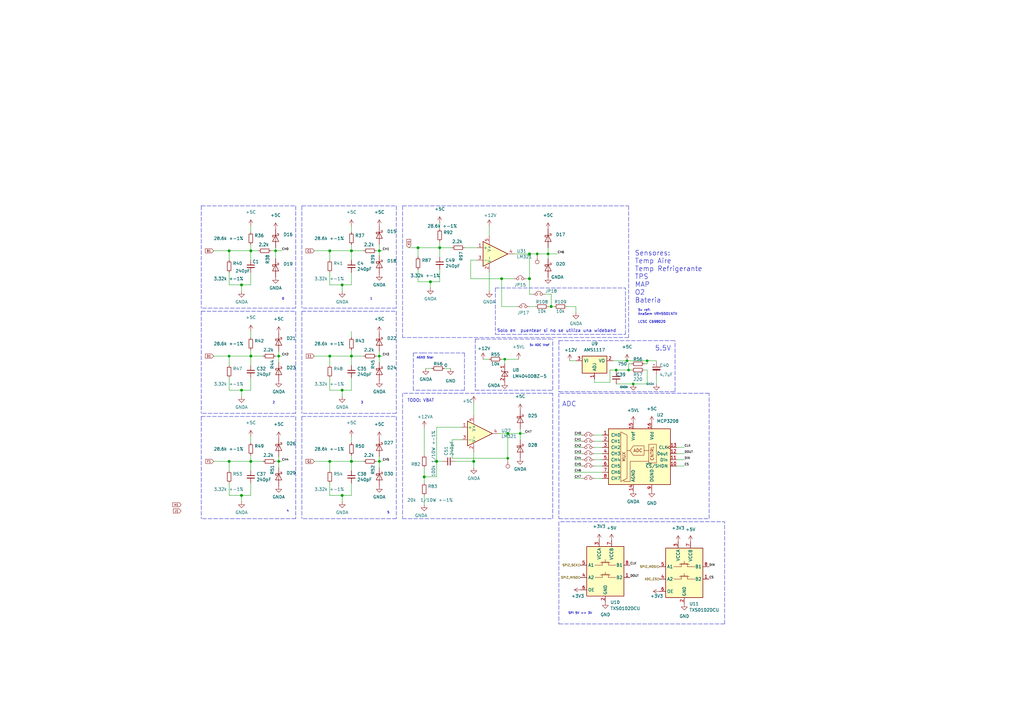
<source format=kicad_sch>
(kicad_sch (version 20211123) (generator eeschema)
  (paper "A3")
  (title_block (title "uEFI") (date "%%date%%") (rev "v3-%%version%%") (company "Churrosoft") (comment 1 "MIT Licence"))
  (junction (at 155.575 102.87))
  (junction (at 114.3 146.05))
  (junction (at 155.575 146.05))
  (junction (at 113.03 102.87))
  (junction (at 114.3 189.23))
  (junction (at 155.575 189.23))
  (junction (at 224.79 104.14))
  (junction (at 93.98 146.05))
  (junction (at 171.45 101.6) (diameter 1.016))
  (junction (at 217.17 104.14) (diameter 1.016))
  (junction (at 93.98 189.23) (diameter 1.016))
  (junction (at 144.145 189.23) (diameter 1.016))
  (junction (at 179.07 189.23) (diameter 1.016))
  (junction (at 213.36 177.8))
  (junction (at 180.34 101.6) (diameter 1.016))
  (junction (at 99.06 160.02) (diameter 1.016))
  (junction (at 252.73 151.765))
  (junction (at 135.255 102.87) (diameter 1.016))
  (junction (at 102.87 189.23) (diameter 1.016))
  (junction (at 265.43 147.955))
  (junction (at 220.345 104.14))
  (junction (at 208.28 177.8) (diameter 1.016))
  (junction (at 259.715 157.48))
  (junction (at 176.53 115.57) (diameter 1.016))
  (junction (at 257.81 151.765))
  (junction (at 140.335 160.02) (diameter 1.016))
  (junction (at 208.28 187.96))
  (junction (at 226.06 125.73) (diameter 1.016))
  (junction (at 194.31 189.23) (diameter 1.016))
  (junction (at 99.06 203.2) (diameter 1.016))
  (junction (at 207.01 147.32))
  (junction (at 135.255 189.23) (diameter 1.016))
  (junction (at 140.335 203.2) (diameter 1.016))
  (junction (at 217.17 114.3) (diameter 1.016))
  (junction (at 93.98 102.87) (diameter 1.016))
  (junction (at 144.145 146.05) (diameter 1.016))
  (junction (at 102.87 102.87) (diameter 1.016))
  (junction (at 205.74 114.3) (diameter 1.016))
  (junction (at 102.87 146.05) (diameter 1.016))
  (junction (at 144.145 102.87) (diameter 1.016))
  (junction (at 135.255 146.05) (diameter 1.016))
  (junction (at 257.175 147.955))
  (junction (at 173.99 195.58) (diameter 1.016))
  (junction (at 99.06 116.84) (diameter 1.016))
  (junction (at 140.335 116.84) (diameter 1.016))
  (polyline (pts (xy 82.55 170.815) (xy 121.285 170.815)))
  (wire (pts (xy 232.41 125.73) (xy 236.22 125.73)))
  (polyline (pts (xy 165.1 212.725) (xy 226.695 212.725)) (stroke (width 0) (type dash)))
  (polyline (pts (xy 123.825 84.455) (xy 162.56 84.455)))
  (wire (pts (xy 176.53 115.57) (xy 180.34 115.57)))
  (wire (pts (xy 180.34 101.6) (xy 171.45 101.6)))
  (wire (pts (xy 144.145 146.05) (xy 144.145 149.86)))
  (wire (pts (xy 189.23 180.34) (xy 185.42 180.34)))
  (polyline (pts (xy 162.56 169.545) (xy 123.825 169.545)))
  (wire (pts (xy 205.74 125.73) (xy 205.74 114.3)))
  (polyline (pts (xy 121.285 84.455) (xy 121.285 126.365)))
  (wire (pts (xy 265.43 151.765) (xy 265.43 157.48)))
  (wire (pts (xy 102.87 160.02) (xy 102.87 154.94)))
  (wire (pts (xy 140.335 205.74) (xy 140.335 203.2)))
  (wire (pts (xy 99.06 116.84) (xy 102.87 116.84)))
  (polyline (pts (xy 123.825 170.815) (xy 123.825 212.725)))
  (polyline (pts (xy 257.81 84.455) (xy 257.81 138.43)))
  (wire (pts (xy 155.575 144.145) (xy 155.575 146.05)))
  (wire (pts (xy 144.145 189.23) (xy 144.145 193.04)))
  (polyline (pts (xy 165.1 84.455) (xy 257.81 84.455)))
  (polyline (pts (xy 256.54 137.16) (xy 256.54 118.11)) (stroke (width 0) (type dash)))
  (wire (pts (xy 224.79 125.73) (xy 226.06 125.73)))
  (polyline (pts (xy 229.235 213.995) (xy 229.235 255.905)))
  (wire (pts (xy 135.255 203.2) (xy 140.335 203.2)))
  (wire (pts (xy 173.99 175.26) (xy 173.99 186.69)))
  (wire (pts (xy 235.585 193.675) (xy 247.015 193.675)))
  (wire (pts (xy 257.175 147.955) (xy 265.43 147.955)))
  (wire (pts (xy 194.31 170.18) (xy 194.31 165.1)))
  (wire (pts (xy 155.575 102.87) (xy 156.845 102.87)))
  (wire (pts (xy 93.98 149.86) (xy 93.98 146.05)))
  (wire (pts (xy 173.99 195.58) (xy 173.99 198.12)))
  (wire (pts (xy 135.255 193.04) (xy 135.255 189.23)))
  (wire (pts (xy 180.34 91.44) (xy 180.34 93.98)))
  (wire (pts (xy 243.84 178.435) (xy 247.015 178.435)))
  (wire (pts (xy 213.36 175.895) (xy 213.36 177.8)))
  (wire (pts (xy 185.42 101.6) (xy 180.34 101.6)))
  (polyline (pts (xy 229.235 139.7) (xy 229.235 160.655)))
  (wire (pts (xy 113.03 146.05) (xy 114.3 146.05)))
  (wire (pts (xy 224.79 101.6) (xy 224.79 104.14)))
  (polyline (pts (xy 121.285 126.365) (xy 82.55 126.365)))
  (wire (pts (xy 144.145 143.51) (xy 144.145 146.05)))
  (polyline (pts (xy 194.945 139.065) (xy 194.945 160.02)))
  (wire (pts (xy 102.87 92.71) (xy 102.87 95.25)))
  (wire (pts (xy 102.87 116.84) (xy 102.87 111.76)))
  (wire (pts (xy 102.87 203.2) (xy 102.87 198.12)))
  (wire (pts (xy 149.225 102.87) (xy 144.145 102.87)))
  (wire (pts (xy 113.03 101.6) (xy 113.03 102.87)))
  (polyline (pts (xy 121.285 127.635) (xy 121.285 169.545)))
  (wire (pts (xy 135.255 160.02) (xy 140.335 160.02)))
  (wire (pts (xy 208.28 177.8) (xy 204.47 177.8)))
  (wire (pts (xy 93.98 106.68) (xy 93.98 102.87)))
  (polyline (pts (xy 162.56 212.725) (xy 123.825 212.725)))
  (polyline (pts (xy 123.825 127.635) (xy 162.56 127.635)))
  (wire (pts (xy 217.17 104.14) (xy 210.82 104.14)))
  (wire (pts (xy 226.06 120.65) (xy 223.52 120.65)))
  (wire (pts (xy 236.22 125.73) (xy 236.22 128.27)))
  (wire (pts (xy 210.82 114.3) (xy 205.74 114.3)))
  (polyline (pts (xy 165.1 161.29) (xy 165.1 212.725)) (stroke (width 0) (type dash)))
  (wire (pts (xy 154.305 146.05) (xy 155.575 146.05)))
  (wire (pts (xy 185.42 187.96) (xy 208.28 187.96)))
  (polyline (pts (xy 229.235 161.29) (xy 229.235 212.725)) (stroke (width 0) (type dash)))
  (wire (pts (xy 277.495 183.515) (xy 280.67 183.515)))
  (wire (pts (xy 140.335 160.02) (xy 144.145 160.02)))
  (wire (pts (xy 102.87 102.87) (xy 93.98 102.87)))
  (wire (pts (xy 252.73 157.48) (xy 259.715 157.48)))
  (wire (pts (xy 252.73 151.765) (xy 252.73 152.4)))
  (wire (pts (xy 181.61 189.23) (xy 179.07 189.23)))
  (wire (pts (xy 93.98 146.05) (xy 102.87 146.05)))
  (wire (pts (xy 144.145 92.71) (xy 144.145 95.25)))
  (wire (pts (xy 174.625 151.13) (xy 177.165 151.13)))
  (polyline (pts (xy 194.945 139.065) (xy 226.695 139.065)))
  (wire (pts (xy 217.17 104.14) (xy 220.345 104.14)))
  (wire (pts (xy 264.16 151.765) (xy 265.43 151.765)))
  (wire (pts (xy 144.145 179.07) (xy 144.145 181.61)))
  (polyline (pts (xy 169.545 144.78) (xy 173.355 144.78)))
  (polyline (pts (xy 229.235 139.7) (xy 276.86 139.7)))
  (wire (pts (xy 155.575 100.33) (xy 155.575 102.87)))
  (wire (pts (xy 128.905 146.05) (xy 135.255 146.05)))
  (polyline (pts (xy 121.285 169.545) (xy 82.55 169.545)))
  (polyline (pts (xy 276.86 160.655) (xy 276.86 139.7)))
  (wire (pts (xy 144.145 102.87) (xy 135.255 102.87)))
  (wire (pts (xy 140.335 116.84) (xy 144.145 116.84)))
  (wire (pts (xy 113.03 189.23) (xy 114.3 189.23)))
  (wire (pts (xy 102.87 189.23) (xy 102.87 193.04)))
  (wire (pts (xy 171.45 115.57) (xy 176.53 115.57)))
  (wire (pts (xy 235.585 191.135) (xy 238.76 191.135)))
  (wire (pts (xy 212.09 125.73) (xy 205.74 125.73)))
  (wire (pts (xy 93.98 154.94) (xy 93.98 160.02)))
  (wire (pts (xy 213.36 177.8) (xy 215.265 177.8)))
  (wire (pts (xy 259.08 149.225) (xy 257.81 149.225)))
  (wire (pts (xy 144.145 100.33) (xy 144.145 102.87)))
  (wire (pts (xy 154.305 102.87) (xy 155.575 102.87)))
  (wire (pts (xy 215.9 114.3) (xy 217.17 114.3)))
  (wire (pts (xy 135.255 198.12) (xy 135.255 203.2)))
  (wire (pts (xy 243.84 155.575) (xy 243.84 156.845)))
  (wire (pts (xy 185.42 180.34) (xy 185.42 187.96)))
  (wire (pts (xy 171.45 105.41) (xy 171.45 101.6)))
  (wire (pts (xy 243.84 180.975) (xy 247.015 180.975)))
  (polyline (pts (xy 257.81 138.43) (xy 165.1 138.43)))
  (wire (pts (xy 107.95 146.05) (xy 102.87 146.05)))
  (wire (pts (xy 264.16 149.225) (xy 265.43 149.225)))
  (wire (pts (xy 99.06 160.02) (xy 102.87 160.02)))
  (wire (pts (xy 173.99 203.2) (xy 173.99 207.01)))
  (wire (pts (xy 179.07 175.26) (xy 189.23 175.26)))
  (wire (pts (xy 207.01 147.32) (xy 212.725 147.32)))
  (wire (pts (xy 243.84 183.515) (xy 247.015 183.515)))
  (wire (pts (xy 171.45 101.6) (xy 167.64 101.6)))
  (wire (pts (xy 257.81 149.225) (xy 257.81 151.765)))
  (wire (pts (xy 87.63 189.23) (xy 93.98 189.23)))
  (wire (pts (xy 277.495 188.595) (xy 280.67 188.595)))
  (wire (pts (xy 200.66 96.52) (xy 200.66 92.71)))
  (wire (pts (xy 205.74 147.32) (xy 207.01 147.32)))
  (polyline (pts (xy 162.56 84.455) (xy 162.56 126.365)))
  (wire (pts (xy 217.17 125.73) (xy 219.71 125.73)))
  (wire (pts (xy 217.17 120.65) (xy 217.17 114.3)))
  (wire (pts (xy 233.68 147.955) (xy 236.22 147.955)))
  (wire (pts (xy 250.19 151.765) (xy 252.73 151.765)))
  (wire (pts (xy 135.255 106.68) (xy 135.255 102.87)))
  (wire (pts (xy 243.84 191.135) (xy 247.015 191.135)))
  (polyline (pts (xy 169.545 160.02) (xy 169.545 144.78)))
  (wire (pts (xy 102.87 143.51) (xy 102.87 146.05)))
  (wire (pts (xy 226.06 125.73) (xy 226.06 120.65)))
  (wire (pts (xy 155.575 189.23) (xy 155.575 191.77)))
  (wire (pts (xy 243.84 156.845) (xy 250.19 156.845)))
  (polyline (pts (xy 123.825 84.455) (xy 123.825 126.365)))
  (wire (pts (xy 114.3 189.23) (xy 114.3 191.77)))
  (wire (pts (xy 114.3 187.325) (xy 114.3 189.23)))
  (wire (pts (xy 149.225 146.05) (xy 144.145 146.05)))
  (wire (pts (xy 128.905 189.23) (xy 135.255 189.23)))
  (wire (pts (xy 180.34 99.06) (xy 180.34 101.6)))
  (polyline (pts (xy 203.2 118.11) (xy 256.54 118.11)) (stroke (width 0) (type dash)))
  (polyline (pts (xy 203.2 118.11) (xy 203.2 137.16)) (stroke (width 0) (type dash)))
  (wire (pts (xy 93.98 160.02) (xy 99.06 160.02)))
  (polyline (pts (xy 226.695 161.29) (xy 165.1 161.29)) (stroke (width 0) (type dash)))
  (wire (pts (xy 155.575 146.05) (xy 155.575 148.59)))
  (polyline (pts (xy 190.5 144.78) (xy 190.5 160.02)))
  (wire (pts (xy 194.31 189.23) (xy 194.31 185.42)))
  (wire (pts (xy 235.585 183.515) (xy 238.76 183.515)))
  (polyline (pts (xy 190.5 160.02) (xy 169.545 160.02)))
  (wire (pts (xy 140.335 162.56) (xy 140.335 160.02)))
  (wire (pts (xy 102.87 100.33) (xy 102.87 102.87)))
  (wire (pts (xy 180.34 101.6) (xy 180.34 105.41)))
  (wire (pts (xy 179.07 175.26) (xy 179.07 189.23)))
  (polyline (pts (xy 121.285 212.725) (xy 82.55 212.725)))
  (polyline (pts (xy 82.55 127.635) (xy 82.55 169.545)))
  (wire (pts (xy 171.45 110.49) (xy 171.45 115.57)))
  (wire (pts (xy 235.585 196.215) (xy 238.76 196.215)))
  (wire (pts (xy 243.84 196.215) (xy 247.015 196.215)))
  (polyline (pts (xy 203.2 137.16) (xy 256.54 137.16)) (stroke (width 0) (type dash)))
  (wire (pts (xy 179.07 189.23) (xy 179.07 195.58)))
  (wire (pts (xy 87.63 146.05) (xy 93.98 146.05)))
  (wire (pts (xy 144.145 146.05) (xy 135.255 146.05)))
  (wire (pts (xy 218.44 120.65) (xy 217.17 120.65)))
  (wire (pts (xy 144.145 203.2) (xy 144.145 198.12)))
  (wire (pts (xy 205.74 114.3) (xy 193.04 114.3)))
  (polyline (pts (xy 82.55 84.455) (xy 82.55 126.365)))
  (polyline (pts (xy 290.83 161.29) (xy 229.235 161.29)) (stroke (width 0) (type dash)))
  (wire (pts (xy 114.3 146.05) (xy 114.3 148.59)))
  (wire (pts (xy 277.495 191.135) (xy 280.67 191.135)))
  (polyline (pts (xy 226.695 212.725) (xy 226.695 161.29)) (stroke (width 0) (type dash)))
  (wire (pts (xy 144.145 102.87) (xy 144.145 106.68)))
  (wire (pts (xy 195.58 106.68) (xy 193.04 106.68)))
  (wire (pts (xy 155.575 102.87) (xy 155.575 104.775)))
  (wire (pts (xy 243.84 188.595) (xy 247.015 188.595)))
  (wire (pts (xy 93.98 193.04) (xy 93.98 189.23)))
  (wire (pts (xy 224.79 104.14) (xy 228.6 104.14)))
  (polyline (pts (xy 173.355 144.78) (xy 190.5 144.78)))
  (wire (pts (xy 182.245 151.13) (xy 184.785 151.13)))
  (wire (pts (xy 226.06 125.73) (xy 227.33 125.73)))
  (wire (pts (xy 190.5 101.6) (xy 195.58 101.6)))
  (wire (pts (xy 265.43 149.225) (xy 265.43 147.955)))
  (polyline (pts (xy 297.18 255.905) (xy 297.18 213.995)))
  (wire (pts (xy 144.145 116.84) (xy 144.145 111.76)))
  (wire (pts (xy 135.255 154.94) (xy 135.255 160.02)))
  (wire (pts (xy 193.04 106.68) (xy 193.04 114.3)))
  (wire (pts (xy 135.255 116.84) (xy 140.335 116.84)))
  (wire (pts (xy 114.3 189.23) (xy 115.57 189.23)))
  (wire (pts (xy 87.63 102.87) (xy 93.98 102.87)))
  (wire (pts (xy 99.06 205.74) (xy 99.06 203.2)))
  (polyline (pts (xy 82.55 127.635) (xy 121.285 127.635)))
  (polyline (pts (xy 194.945 160.02) (xy 226.695 160.02)))
  (wire (pts (xy 243.84 186.055) (xy 247.015 186.055)))
  (wire (pts (xy 102.87 189.23) (xy 93.98 189.23)))
  (polyline (pts (xy 82.55 170.815) (xy 82.55 212.725)))
  (polyline (pts (xy 121.285 170.815) (xy 121.285 212.725)))
  (polyline (pts (xy 162.56 126.365) (xy 123.825 126.365)))
  (wire (pts (xy 113.03 102.87) (xy 115.57 102.87)))
  (polyline (pts (xy 123.825 170.815) (xy 162.56 170.815)))
  (wire (pts (xy 155.575 146.05) (xy 156.845 146.05)))
  (wire (pts (xy 194.31 191.77) (xy 194.31 189.23)))
  (wire (pts (xy 213.36 177.8) (xy 213.36 180.34)))
  (wire (pts (xy 265.43 147.955) (xy 269.24 147.955)))
  (wire (pts (xy 144.145 135.89) (xy 144.145 138.43)))
  (wire (pts (xy 99.06 162.56) (xy 99.06 160.02)))
  (wire (pts (xy 99.06 203.2) (xy 102.87 203.2)))
  (wire (pts (xy 107.95 189.23) (xy 102.87 189.23)))
  (wire (pts (xy 149.225 189.23) (xy 144.145 189.23)))
  (wire (pts (xy 251.46 147.955) (xy 257.175 147.955)))
  (polyline (pts (xy 82.55 84.455) (xy 121.285 84.455)))
  (polyline (pts (xy 123.825 127.635) (xy 123.825 169.545)))
  (wire (pts (xy 144.145 160.02) (xy 144.145 154.94)))
  (wire (pts (xy 269.24 153.67) (xy 269.24 157.48)))
  (wire (pts (xy 200.66 111.76) (xy 200.66 119.38)))
  (wire (pts (xy 198.12 147.32) (xy 200.66 147.32)))
  (wire (pts (xy 102.87 102.87) (xy 102.87 106.68)))
  (wire (pts (xy 102.87 102.87) (xy 106.045 102.87)))
  (wire (pts (xy 235.585 186.055) (xy 238.76 186.055)))
  (wire (pts (xy 111.125 102.87) (xy 113.03 102.87)))
  (wire (pts (xy 93.98 116.84) (xy 99.06 116.84)))
  (wire (pts (xy 208.28 187.96) (xy 208.28 177.8)))
  (wire (pts (xy 250.19 156.845) (xy 250.19 151.765)))
  (wire (pts (xy 154.305 189.23) (xy 155.575 189.23)))
  (polyline (pts (xy 165.1 84.455) (xy 165.1 138.43)))
  (wire (pts (xy 114.3 144.145) (xy 114.3 146.05)))
  (wire (pts (xy 93.98 203.2) (xy 99.06 203.2)))
  (wire (pts (xy 93.98 111.76) (xy 93.98 116.84)))
  (wire (pts (xy 217.17 114.3) (xy 217.17 104.14)))
  (wire (pts (xy 102.87 146.05) (xy 102.87 149.86)))
  (polyline (pts (xy 229.235 255.905) (xy 297.18 255.905)))
  (polyline (pts (xy 229.87 213.995) (xy 297.18 213.995)))
  (wire (pts (xy 207.01 147.32) (xy 207.01 149.225)))
  (polyline (pts (xy 162.56 127.635) (xy 162.56 169.545)))
  (wire (pts (xy 265.43 157.48) (xy 259.715 157.48)))
  (wire (pts (xy 176.53 118.11) (xy 176.53 115.57)))
  (wire (pts (xy 135.255 149.86) (xy 135.255 146.05)))
  (wire (pts (xy 269.24 147.955) (xy 269.24 148.59)))
  (wire (pts (xy 173.99 191.77) (xy 173.99 195.58)))
  (wire (pts (xy 257.81 151.765) (xy 259.08 151.765)))
  (wire (pts (xy 102.87 179.07) (xy 102.87 181.61)))
  (wire (pts (xy 114.3 146.05) (xy 115.57 146.05)))
  (wire (pts (xy 155.575 189.23) (xy 156.845 189.23)))
  (wire (pts (xy 235.585 188.595) (xy 238.76 188.595)))
  (wire (pts (xy 99.06 119.38) (xy 99.06 116.84)))
  (wire (pts (xy 235.585 180.975) (xy 238.76 180.975)))
  (polyline (pts (xy 290.83 212.725) (xy 290.83 161.29)) (stroke (width 0) (type dash)))
  (wire (pts (xy 155.575 187.325) (xy 155.575 189.23)))
  (wire (pts (xy 257.81 151.765) (xy 252.73 151.765)))
  (wire (pts (xy 135.255 111.76) (xy 135.255 116.84)))
  (wire (pts (xy 180.34 115.57) (xy 180.34 110.49)))
  (wire (pts (xy 144.145 189.23) (xy 135.255 189.23)))
  (wire (pts (xy 144.145 186.69) (xy 144.145 189.23)))
  (wire (pts (xy 140.335 203.2) (xy 144.145 203.2)))
  (wire (pts (xy 179.07 195.58) (xy 173.99 195.58)))
  (polyline (pts (xy 162.56 170.815) (xy 162.56 212.725)))
  (wire (pts (xy 186.69 189.23) (xy 194.31 189.23)))
  (wire (pts (xy 224.79 104.14) (xy 224.79 106.045)))
  (wire (pts (xy 220.345 104.14) (xy 224.79 104.14)))
  (wire (pts (xy 113.03 102.87) (xy 113.03 106.045)))
  (wire (pts (xy 277.495 186.055) (xy 280.67 186.055)))
  (wire (pts (xy 235.585 178.435) (xy 238.76 178.435)))
  (polyline (pts (xy 229.235 160.655) (xy 276.86 160.655)))
  (polyline (pts (xy 226.695 160.02) (xy 226.695 139.065)))
  (wire (pts (xy 208.28 177.8) (xy 213.36 177.8)))
  (polyline (pts (xy 229.235 212.725) (xy 290.83 212.725)) (stroke (width 0) (type dash)))
  (wire (pts (xy 128.905 102.87) (xy 135.255 102.87)))
  (wire (pts (xy 102.87 135.89) (xy 102.87 138.43)))
  (wire (pts (xy 140.335 119.38) (xy 140.335 116.84)))
  (wire (pts (xy 102.87 186.69) (xy 102.87 189.23)))
  (wire (pts (xy 93.98 198.12) (xy 93.98 203.2)))
  (text "TODO: VBAT" (at 167.005 165.1 0) (effects (font (size 1.27 1.27)) (justify left bottom)))
  (text "2" (at 111.76 165.735 0) (effects (font (size 0.889 0.889)) (justify left bottom)))
  (text "Sensores:\nTemp Aire\nTemp Refrigerante\nTPS\nMAP\nO2\nBateria\n" (at 260.35 124.46 0) (effects (font (size 2 2)) (justify left bottom)))
  (text "5" (at 158.75 210.82 0) (effects (font (size 0.889 0.889)) (justify left bottom)))
  (text "Solo en  puentear si no se utiliza una wideband" (at 203.835 136.525 0) (effects (font (size 1.3 1.3)) (justify left bottom)))
  (text "5.5V" (at 268.605 144.145 0) (effects (font (size 2 2)) (justify left bottom)))
  (text "ADC" (at 230.505 167.005 0) (effects (font (size 2 2)) (justify left bottom)))
  (text "1" (at 151.765 123.19 0) (effects (font (size 0.889 0.889)) (justify left bottom)))
  (text "3" (at 147.955 165.735 0) (effects (font (size 0.889 0.889)) (justify left bottom)))
  (text "5v ADC Vref" (at 217.17 142.24 0) (effects (font (size 0.889 0.889)) (justify left bottom)))
  (text "SPI 5V => 3V" (at 233.045 252.095 0) (effects (font (size 0.889 0.889)) (justify left bottom)))
  (text "5v ref:\nAnaSem VRH5501NTX\n\nLCSC C698020" (at 261.62 132.715 0) (effects (font (size 1 1)) (justify left bottom)))
  (text "4" (at 117.475 210.185 0) (effects (font (size 0.889 0.889)) (justify left bottom)))
  (text "0" (at 115.57 123.19 0) (effects (font (size 0.889 0.889)) (justify left bottom)))
  (text "AGND Star" (at 170.815 147.32 0) (effects (font (size 0.889 0.889)) (justify left bottom)))
  (label "DIN" (at 290.83 232.41 0) (effects (font (size 0.889 0.889))))
  (label "CH1" (at 156.845 102.87 0) (effects (font (size 0.889 0.889))))
  (label "CH3" (at 156.845 146.05 0) (effects (font (size 0.889 0.889))))
  (label "CS" (at 290.83 237.49 0) (effects (font (size 0.889 0.889))))
  (label "CH2" (at 115.57 146.05 0) (effects (font (size 0.889 0.889))))
  (label "CH7" (at 215.265 177.8 0) (effects (font (size 0.889 0.889))))
  (label "CH5" (at 156.845 189.23 0) (effects (font (size 0.889 0.889))))
  (label "CH4" (at 115.57 189.23 0) (effects (font (size 0.889 0.889))))
  (label "CH5" (at 235.585 191.135 0) (effects (font (size 0.889 0.889))))
  (label "DOUT" (at 258.445 236.855 0) (effects (font (size 0.889 0.889))))
  (label "CLK" (at 258.445 231.775 0) (effects (font (size 0.889 0.889))))
  (label "CH7" (at 235.585 196.215 0) (effects (font (size 0.889 0.889))))
  (label "DIN" (at 280.67 188.595 0) (effects (font (size 0.889 0.889))))
  (label "CS" (at 280.67 191.135 0) (effects (font (size 0.889 0.889))))
  (label "CH3" (at 235.585 186.055 0) (effects (font (size 0.889 0.889))))
  (label "CLK" (at 280.67 183.515 0) (effects (font (size 0.889 0.889))))
  (label "DOUT" (at 280.67 186.055 0) (effects (font (size 0.889 0.889))))
  (label "CH1" (at 235.585 180.975 0) (effects (font (size 0.889 0.889))))
  (label "CH6" (at 228.6 104.14 0) (effects (font (size 0.889 0.889))))
  (label "CH0" (at 235.585 178.435 0) (effects (font (size 0.889 0.889))))
  (label "CH6" (at 235.585 193.675 0) (effects (font (size 0.889 0.889))))
  (label "CH2" (at 235.585 183.515 0) (effects (font (size 0.889 0.889))))
  (label "CH0" (at 115.57 102.87 0) (effects (font (size 0.889 0.889))))
  (label "CH4" (at 235.585 188.595 0) (effects (font (size 0.889 0.889))))
  (global_label "H1" (shape input) (at 74.295 207.01 180) (effects (font (size 0.889 0.889))) (property "Intersheet References" "${INTERSHEET_REFS}" (effects hide)))
  (global_label "G1" (shape input) (at 128.905 189.23 180) (effects (font (size 0.889 0.889))) (property "Intersheet References" "${INTERSHEET_REFS}" (effects hide)))
  (global_label "K1" (shape input) (at 167.64 101.6 90) (effects (font (size 0.889 0.889))) (property "Intersheet References" "${INTERSHEET_REFS}" (effects hide)))
  (global_label "C1" (shape input) (at 128.905 102.87 180) (effects (font (size 0.889 0.889))) (property "Intersheet References" "${INTERSHEET_REFS}" (effects hide)))
  (global_label "B1" (shape input) (at 87.63 102.87 180) (effects (font (size 0.889 0.889))) (property "Intersheet References" "${INTERSHEET_REFS}" (effects hide)))
  (global_label "D1" (shape input) (at 87.63 146.05 180) (effects (font (size 0.889 0.889))) (property "Intersheet References" "${INTERSHEET_REFS}" (effects hide)))
  (global_label "J1" (shape input) (at 74.295 209.55 180) (effects (font (size 0.889 0.889))) (property "Intersheet References" "${INTERSHEET_REFS}" (effects hide)))
  (global_label "E1" (shape input) (at 128.905 146.05 180) (effects (font (size 0.889 0.889))) (property "Intersheet References" "${INTERSHEET_REFS}" (effects hide)))
  (global_label "F1" (shape input) (at 87.63 189.23 180) (effects (font (size 0.889 0.889))) (property "Intersheet References" "${INTERSHEET_REFS}" (effects hide)))
  (hierarchical_label "ADC_CS" (shape input) (at 270.51 237.49 180) (effects (font (size 0.889 0.889))))
  (hierarchical_label "SPI2_MISO" (shape input) (at 238.125 236.855 180) (effects (font (size 0.889 0.889))))
  (hierarchical_label "SPI2_MOSI" (shape input) (at 270.51 232.41 180) (effects (font (size 0.889 0.889))))
  (hierarchical_label "SPI2_SCK" (shape input) (at 238.125 231.775 180) (effects (font (size 0.889 0.889))))
  (symbol (lib_id "Device:C_Small") (at 184.15 189.23 90) (unit 1)
    (property "Reference" "C51" (at 182.9816 186.8932 0) (effects (justify left)))
    (property "Value" "240pF" (at 185.293 186.8932 0) (effects (justify left)))
    (property "Footprint" "Capacitor_SMD:C_0603_1608Metric" (effects hide))
    (property "LCSC" "C185593" (effects hide))
  )
  (symbol (lib_id "Device:R_Small") (at 222.25 125.73 270) (mirror x) (unit 1)
    (property "Reference" "R108" (at 222.25 123.825 90))
    (property "Value" "10k" (at 222.25 127.635 90))
    (property "Footprint" "Resistor_SMD:R_0603_1608Metric" (effects hide))
  )
  (symbol (lib_id "Device:R_Small") (at 229.87 125.73 270) (mirror x) (unit 1)
    (property "Reference" "R109" (at 229.87 123.825 90))
    (property "Value" "10k" (at 229.87 127.635 90))
    (property "Footprint" "Resistor_SMD:R_0603_1608Metric" (effects hide))
  )
  (symbol (lib_id "Device:Jumper_NC_Small") (at 214.63 125.73 0) (unit 1)
    (property "Reference" "JP17" (at 214.63 128.27 0))
    (property "Value" "Jumper_NC_Small" (effects hide))
    (property "Footprint" "Jumper:SolderJumper-2_P1.3mm_Open_TrianglePad1.0x1.5mm" (effects hide))
  )
  (symbol (lib_id "Device:Jumper_NC_Small") (at 213.36 114.3 0) (unit 1)
    (property "Reference" "JP15" (at 213.36 116.84 0))
    (property "Value" "Jumper_NC_Small" (effects hide))
    (property "Footprint" "Jumper:SolderJumper-2_P1.3mm_Open_TrianglePad1.0x1.5mm" (effects hide))
  )
  (symbol (lib_id "Device:Jumper_NC_Small") (at 220.98 120.65 0) (unit 1)
    (property "Reference" "JP18" (at 226.06 119.38 0))
    (property "Value" "Jumper_NC_Small" (effects hide))
    (property "Footprint" "Jumper:SolderJumper-2_P1.3mm_Open_TrianglePad1.0x1.5mm" (effects hide))
  )
  (symbol (lib_id "Device:R_Small") (at 187.96 101.6 270) (unit 1)
    (property "Reference" "R97" (at 189.1284 103.0986 0) (effects (justify left)))
    (property "Value" "2.2k" (at 185.42 99.06 90) (effects (justify left)))
    (property "Footprint" "Resistor_SMD:R_0603_1608Metric" (effects hide))
    (property "LCSC" "C309092" (effects hide))
  )
  (symbol (lib_id "Device:R_Small") (at 171.45 107.95 0) (unit 1)
    (property "Reference" "R87" (at 172.9486 106.7816 0) (effects (justify left)))
    (property "Value" "3.32k +-1%" (at 168.275 113.03 0) (effects (justify left)))
    (property "Footprint" "Resistor_SMD:R_0603_1608Metric" (effects hide))
    (property "LCSC" "C234508" (effects hide))
  )
  (symbol (lib_id "Device:C_Small") (at 180.34 107.95 0) (unit 1)
    (property "Reference" "C49" (at 182.6768 106.7816 0) (effects (justify left)))
    (property "Value" "240pF" (at 182.6768 109.093 0) (effects (justify left)))
    (property "Footprint" "Capacitor_SMD:C_0603_1608Metric" (effects hide))
    (property "LCSC" "C185593" (effects hide))
  )
  (symbol (lib_id "Device:R_Small") (at 180.34 96.52 180) (unit 1)
    (property "Reference" "R92" (at 181.8386 95.3516 0) (effects (justify right)))
    (property "Value" "28.6k +-1%" (at 175.26 92.71 0) (effects (justify right)))
    (property "Footprint" "Resistor_SMD:R_0603_1608Metric" (effects hide))
    (property "LCSC" "C217931" (effects hide))
  )
  (symbol (lib_id "Amplifier_Operational:LM321") (at 203.2 104.14 0) (unit 1)
    (property "Reference" "U31" (at 211.9376 102.9716 0) (effects (justify left)))
    (property "Value" "LM321" (at 211.9376 105.283 0) (effects (justify left)))
    (property "Footprint" "Package_TO_SOT_SMD:SOT-23-5" (effects hide))
    (property "Datasheet" "http://www.ti.com/lit/ds/symlink/lm321.pdf" (effects hide))
  )
  (symbol (lib_id "power:+12V") (at 200.66 92.71 0) (unit 1)
    (property "Reference" "#PWR0151" (effects hide))
    (property "Value" "+12V" (at 201.041 88.3158 0))
  )
  (symbol (lib_id "Device:R_Small") (at 173.99 200.66 0) (unit 1)
    (property "Reference" "R83" (at 175.4886 199.4916 0) (effects (justify left)))
    (property "Value" "20k  1/10W +-1%" (at 167.005 205.105 0) (effects (justify left)))
    (property "Footprint" "Resistor_SMD:R_0603_1608Metric" (effects hide))
  )
  (symbol (lib_id "Amplifier_Operational:LM321") (at 196.85 177.8 0) (unit 1)
    (property "Reference" "U27" (at 205.5876 176.6316 0) (effects (justify left)))
    (property "Value" "LM321" (at 205.5876 178.943 0) (effects (justify left)))
    (property "Footprint" "Package_TO_SOT_SMD:SOT-23-5" (effects hide))
    (property "Datasheet" "http://www.ti.com/lit/ds/symlink/lm321.pdf" (effects hide))
  )
  (symbol (lib_id "Device:R_Small") (at 173.99 189.23 180) (unit 1)
    (property "Reference" "R82" (at 172.4914 190.3984 0) (effects (justify left)))
    (property "Value" "100k 1/10W +-1%" (at 177.8 176.53 90) (effects (justify left)))
    (property "Footprint" "Resistor_SMD:R_0603_1608Metric" (effects hide))
    (property "LCSC" "C217840" (effects hide))
  )
  (symbol (lib_id "Device:R_Small") (at 261.62 151.765 270) (mirror x) (unit 1)
    (property "Reference" "R57" (at 261.62 153.67 90))
    (property "Value" "220" (at 261.62 155.575 90))
    (property "Footprint" "Resistor_SMD:R_0603_1608Metric" (effects hide))
    (property "LCSC" "C22962" (effects hide))
  )
  (symbol (lib_id "power:+5C") (at 102.87 179.07 0) (unit 1)
    (property "Reference" "#PWR028" (effects hide))
    (property "Value" "+5C" (at 102.87 173.355 0))
  )
  (symbol (lib_id "power:GNDA") (at 140.335 205.74 0) (unit 1)
    (property "Reference" "#PWR084" (effects hide))
    (property "Value" "GNDA" (at 140.335 210.185 0))
  )
  (symbol (lib_id "power:+12VA") (at 173.99 175.26 0) (unit 1)
    (property "Reference" "#PWR0179" (effects hide))
    (property "Value" "+12VA" (at 174.3583 170.9356 0))
  )
  (symbol (lib_id "Device:R_Small") (at 144.145 140.97 180) (unit 1)
    (property "Reference" "R43" (at 145.6436 139.8016 0) (effects (justify right)))
    (property "Value" "28.6k +-1%" (at 128.905 140.97 0) (effects (justify right)))
    (property "Footprint" "Resistor_SMD:R_0603_1608Metric" (effects hide))
    (property "LCSC" "C217931" (effects hide))
  )
  (symbol (lib_id "power:GNDA") (at 113.03 113.665 0) (unit 1)
    (property "Reference" "#PWR042" (effects hide))
    (property "Value" "GNDA" (at 113.03 118.11 0))
  )
  (symbol (lib_id "power:+3V3") (at 278.13 222.25 0) (unit 1)
    (property "Reference" "#PWR0143" (effects hide))
    (property "Value" "+3V3" (at 278.13 216.535 0))
  )
  (symbol (lib_id "power:GNDA") (at 174.625 151.13 0) (unit 1)
    (property "Reference" "#PWR064" (effects hide))
    (property "Value" "GNDA" (at 174.625 155.575 0))
  )
  (symbol (lib_id "power:+5V") (at 283.21 222.25 0) (unit 1)
    (property "Reference" "#PWR?" (effects hide))
    (property "Value" "+5V" (at 283.21 217.17 0))
  )
  (symbol (lib_id "Diode:PMEG2020EH") (at 213.36 184.15 270) (unit 1)
    (property "Reference" "D28" (at 216.535 182.5624 90) (effects (justify left)))
    (property "Value" "K26" (effects hide))
    (property "Footprint" "Diode_SMD:D_SOD-123F" (effects hide))
    (property "Datasheet" "https://datasheet.lcsc.com/lcsc/2111221830_GOODWORK-K26_C2922179.pdf" (effects hide))
    (property "LCSC" "C2922179" (effects hide))
  )
  (symbol (lib_id "power:+3V3") (at 245.745 221.615 0) (unit 1)
    (property "Reference" "#PWR0134" (effects hide))
    (property "Value" "+3V3" (at 245.745 215.9 0))
  )
  (symbol (lib_id "power:+5C") (at 114.3 136.525 0) (unit 1)
    (property "Reference" "#PWR034" (effects hide))
    (property "Value" "+5C" (at 114.3 130.81 0))
  )
  (symbol (lib_id "Device:C_Small") (at 102.87 152.4 0) (unit 1)
    (property "Reference" "C32" (at 105.2068 151.2316 0) (effects (justify left)))
    (property "Value" "240pF" (at 105.2068 153.543 0) (effects (justify left)))
    (property "Footprint" "Capacitor_SMD:C_0603_1608Metric" (effects hide))
    (property "LCSC" "C185593" (effects hide))
  )
  (symbol (lib_id "Device:Jumper_NC_Small") (at 241.3 188.595 0) (unit 1)
    (property "Reference" "JP9" (effects hide))
    (property "Value" "Jumper_NC_Small" (effects hide))
    (property "Footprint" "Jumper:SolderJumper-2_P1.3mm_Open_TrianglePad1.0x1.5mm" (effects hide))
  )
  (symbol (lib_id "power:GNDA") (at 99.06 119.38 0) (unit 1)
    (property "Reference" "#PWR056" (effects hide))
    (property "Value" "GNDA" (at 99.06 123.825 0))
  )
  (symbol (lib_id "power:+5C") (at 155.575 179.705 0) (unit 1)
    (property "Reference" "#PWR063" (effects hide))
    (property "Value" "+5C" (at 155.575 173.99 0))
  )
  (symbol (lib_id "Device:R_Small") (at 110.49 189.23 270) (unit 1)
    (property "Reference" "R51" (at 111.6584 190.7286 0) (effects (justify left)))
    (property "Value" "2.2k" (at 107.95 186.69 90) (effects (justify left)))
    (property "Footprint" "Resistor_SMD:R_0603_1608Metric" (effects hide))
    (property "LCSC" "C309092" (effects hide))
  )
  (symbol (lib_id "Diode:PMEG2020EH") (at 224.79 109.855 270) (unit 1)
    (property "Reference" "D20" (at 227.965 108.2674 90) (effects (justify left)))
    (property "Value" "K26" (effects hide))
    (property "Footprint" "Diode_SMD:D_SOD-123F" (effects hide))
    (property "Datasheet" "https://datasheet.lcsc.com/lcsc/2111221830_GOODWORK-K26_C2922179.pdf" (effects hide))
    (property "LCSC" "C2922179" (effects hide))
  )
  (symbol (lib_id "Device:R_Small") (at 110.49 146.05 270) (unit 1)
    (property "Reference" "R44" (at 111.6584 147.5486 0) (effects (justify left)))
    (property "Value" "2.2k" (at 107.95 143.51 90) (effects (justify left)))
    (property "Footprint" "Resistor_SMD:R_0603_1608Metric" (effects hide))
    (property "LCSC" "C309092" (effects hide))
  )
  (symbol (lib_id "Device:C_Small") (at 102.87 195.58 0) (unit 1)
    (property "Reference" "C37" (at 105.2068 194.4116 0) (effects (justify left)))
    (property "Value" "240pF" (at 105.2068 196.723 0) (effects (justify left)))
    (property "Footprint" "Capacitor_SMD:C_0603_1608Metric" (effects hide))
    (property "LCSC" "C185593" (effects hide))
  )
  (symbol (lib_id "Diode:PMEG2020EH") (at 114.3 140.335 270) (unit 1)
    (property "Reference" "D21" (at 117.475 138.7474 90) (effects (justify left)))
    (property "Value" "K26" (effects hide))
    (property "Footprint" "Diode_SMD:D_SOD-123F" (effects hide))
    (property "Datasheet" "https://datasheet.lcsc.com/lcsc/2111221830_GOODWORK-K26_C2922179.pdf" (effects hide))
    (property "LCSC" "C2922179" (effects hide))
  )
  (symbol (lib_id "Device:R_Small") (at 151.765 146.05 270) (unit 1)
    (property "Reference" "R45" (at 152.9334 147.5486 0) (effects (justify left)))
    (property "Value" "2.2k" (at 149.225 143.51 90) (effects (justify left)))
    (property "Footprint" "Resistor_SMD:R_0603_1608Metric" (effects hide))
    (property "LCSC" "C309092" (effects hide))
  )
  (symbol (lib_id "Diode:PMEG2020EH") (at 114.3 195.58 270) (unit 1)
    (property "Reference" "D29" (at 117.475 193.9924 90) (effects (justify left)))
    (property "Value" "K26" (effects hide))
    (property "Footprint" "Diode_SMD:D_SOD-123F" (effects hide))
    (property "Datasheet" "https://datasheet.lcsc.com/lcsc/2111221830_GOODWORK-K26_C2922179.pdf" (effects hide))
    (property "LCSC" "C2922179" (effects hide))
  )
  (symbol (lib_id "power:GNDA") (at 155.575 199.39 0) (unit 1)
    (property "Reference" "#PWR080" (effects hide))
    (property "Value" "GNDA" (at 155.575 203.835 0))
  )
  (symbol (lib_id "power:+5C") (at 194.31 165.1 0) (unit 1)
    (property "Reference" "#PWR071" (effects hide))
    (property "Value" "+5C" (at 191.77 164.465 0))
  )
  (symbol (lib_id "Diode:PMEG2020EH") (at 155.575 96.52 270) (unit 1)
    (property "Reference" "D15" (at 158.75 94.9324 90) (effects (justify left)))
    (property "Value" "K26" (effects hide))
    (property "Footprint" "Diode_SMD:D_SOD-123F" (effects hide))
    (property "Datasheet" "https://datasheet.lcsc.com/lcsc/2111221830_GOODWORK-K26_C2922179.pdf" (effects hide))
    (property "LCSC" "C2922179" (effects hide))
  )
  (symbol (lib_id "Diode:PMEG2020EH") (at 155.575 152.4 270) (unit 1)
    (property "Reference" "D24" (at 158.75 150.8124 90) (effects (justify left)))
    (property "Value" "K26" (effects hide))
    (property "Footprint" "Diode_SMD:D_SOD-123F" (effects hide))
    (property "Datasheet" "https://datasheet.lcsc.com/lcsc/2111221830_GOODWORK-K26_C2922179.pdf" (effects hide))
    (property "LCSC" "C2922179" (effects hide))
  )
  (symbol (lib_id "Diode:PMEG2020EH") (at 155.575 195.58 270) (unit 1)
    (property "Reference" "D30" (at 157.48 194.31 90) (effects (justify left)))
    (property "Value" "K26" (effects hide))
    (property "Footprint" "Diode_SMD:D_SOD-123F" (effects hide))
    (property "Datasheet" "https://datasheet.lcsc.com/lcsc/2111221830_GOODWORK-K26_C2922179.pdf" (effects hide))
    (property "LCSC" "C2922179" (effects hide))
  )
  (symbol (lib_id "power:GNDA") (at 259.715 201.295 0) (unit 1)
    (property "Reference" "#PWR081" (effects hide))
    (property "Value" "GNDA" (at 259.715 205.74 0))
  )
  (symbol (lib_id "Diode:PMEG2020EH") (at 224.79 97.79 270) (unit 1)
    (property "Reference" "D17" (at 227.965 96.2024 90) (effects (justify left)))
    (property "Value" "K26" (effects hide))
    (property "Footprint" "Diode_SMD:D_SOD-123F" (effects hide))
    (property "Datasheet" "https://datasheet.lcsc.com/lcsc/2111221830_GOODWORK-K26_C2922179.pdf" (effects hide))
    (property "LCSC" "C2922179" (effects hide))
  )
  (symbol (lib_id "Device:C_Small") (at 102.87 109.22 0) (unit 1)
    (property "Reference" "C1" (at 103.505 107.315 0) (effects (justify left)))
    (property "Value" "240pF" (at 96.52 111.125 0) (effects (justify left)))
    (property "Footprint" "Capacitor_SMD:C_0603_1608Metric" (effects hide))
    (property "LCSC" "C185593" (effects hide))
  )
  (symbol (lib_id "power:GNDA") (at 140.335 119.38 0) (unit 1)
    (property "Reference" "#PWR057" (effects hide))
    (property "Value" "GNDA" (at 140.335 123.825 0))
  )
  (symbol (lib_id "power:GND") (at 280.67 247.65 0) (unit 1)
    (property "Reference" "#PWR0150" (effects hide))
    (property "Value" "GND" (at 280.67 252.73 0))
  )
  (symbol (lib_id "Diode:PMEG2020EH") (at 113.03 97.79 270) (unit 1)
    (property "Reference" "D16" (at 116.205 96.2024 90) (effects (justify left)))
    (property "Value" "K26" (effects hide))
    (property "Footprint" "Diode_SMD:D_SOD-123F" (effects hide))
    (property "Datasheet" "https://datasheet.lcsc.com/lcsc/2111221830_GOODWORK-K26_C2922179.pdf" (effects hide))
    (property "LCSC" "C2922179" (effects hide))
  )
  (symbol (lib_id "power:+5C") (at 224.79 93.98 0) (unit 1)
    (property "Reference" "#PWR076" (effects hide))
    (property "Value" "+5C" (at 224.79 88.265 0))
  )
  (symbol (lib_id "Device:Jumper_NC_Small") (at 241.3 186.055 0) (unit 1)
    (property "Reference" "JP8" (effects hide))
    (property "Value" "Jumper_NC_Small" (effects hide))
    (property "Footprint" "Jumper:SolderJumper-2_P1.3mm_Open_TrianglePad1.0x1.5mm" (effects hide))
  )
  (symbol (lib_id "Device:R_Small") (at 144.145 184.15 180) (unit 1)
    (property "Reference" "R50" (at 145.6436 182.9816 0) (effects (justify right)))
    (property "Value" "28.6k +-1%" (at 128.905 184.15 0) (effects (justify right)))
    (property "Footprint" "Resistor_SMD:R_0603_1608Metric" (effects hide))
    (property "LCSC" "C217931" (effects hide))
  )
  (symbol (lib_id "Device:R_Small") (at 102.87 97.79 180) (unit 1)
    (property "Reference" "R36" (at 104.3686 96.6216 0) (effects (justify right)))
    (property "Value" "28.6k +-1%" (at 87.63 97.79 0) (effects (justify right)))
    (property "Footprint" "Resistor_SMD:R_0603_1608Metric" (effects hide))
    (property "LCSC" "C217931" (effects hide))
  )
  (symbol (lib_id "Logic_LevelTranslator:TXS0102DCU") (at 280.67 234.95 0) (unit 1)
    (property "Reference" "U11" (at 282.6894 247.65 0) (effects (justify left)))
    (property "Value" "TXS0102DCU" (at 282.6894 250.19 0) (effects (justify left)))
    (property "Footprint" "Package_SO:VSSOP-8_2.3x2mm_P0.5mm" (effects hide))
    (property "Datasheet" "http://www.ti.com/lit/gpn/txs0102" (effects hide))
  )
  (symbol (lib_id "power:GNDA") (at 173.99 207.01 0) (unit 1)
    (property "Reference" "#PWR085" (effects hide))
    (property "Value" "GNDA" (at 172.72 211.455 0))
  )
  (symbol (lib_id "power:+5C") (at 267.335 173.355 0) (unit 1)
    (property "Reference" "#PWR0132" (effects hide))
    (property "Value" "+5C" (at 267.335 167.64 0))
  )
  (symbol (lib_id "Device:C_Small") (at 252.73 154.94 0) (unit 1)
    (property "Reference" "C39" (at 252.73 153.67 0) (effects (justify left)))
    (property "Value" "100nF" (effects hide))
    (property "Footprint" "Capacitor_SMD:C_0805_2012Metric" (effects hide))
    (property "LCSC" "C49678" (effects hide))
  )
  (symbol (lib_id "power:+5C") (at 180.34 91.44 0) (unit 1)
    (property "Reference" "#PWR070" (effects hide))
    (property "Value" "+5C" (at 180.34 85.725 0))
  )
  (symbol (lib_id "Device:Jumper_NC_Small") (at 241.3 191.135 0) (unit 1)
    (property "Reference" "JP10" (effects hide))
    (property "Value" "Jumper_NC_Small" (effects hide))
    (property "Footprint" "Jumper:SolderJumper-2_P1.3mm_Open_TrianglePad1.0x1.5mm" (effects hide))
  )
  (symbol (lib_id "power:GNDA") (at 114.3 199.39 0) (unit 1)
    (property "Reference" "#PWR079" (effects hide))
    (property "Value" "GNDA" (at 114.3 203.835 0))
  )
  (symbol (lib_id "power:+5C") (at 257.175 147.955 0) (unit 1)
    (property "Reference" "#PWR087" (effects hide))
    (property "Value" "+5C" (at 257.175 142.24 0))
  )
  (symbol (lib_id "power:GND") (at 248.285 247.015 0) (unit 1)
    (property "Reference" "#PWR0149" (effects hide))
    (property "Value" "GND" (at 248.285 252.095 0))
  )
  (symbol (lib_id "power:GND") (at 267.335 201.295 0) (unit 1)
    (property "Reference" "#PWR082" (effects hide))
    (property "Value" "GND" (at 267.335 206.375 0))
  )
  (symbol (lib_id "power:GNDA") (at 176.53 118.11 0) (unit 1)
    (property "Reference" "#PWR055" (effects hide))
    (property "Value" "GNDA" (at 176.53 122.555 0))
  )
  (symbol (lib_id "Analog_ADC:MCP3208") (at 262.255 186.055 0) (unit 1)
    (property "Reference" "U2" (at 269.3544 170.18 0) (effects (justify left)))
    (property "Value" "MCP3208" (at 269.3544 172.72 0) (effects (justify left)))
    (property "Footprint" "Package_SO:SOIC-16_3.9x9.9mm_P1.27mm" (effects hide))
    (property "Datasheet" "http://ww1.microchip.com/downloads/en/DeviceDoc/21298c.pdf" (effects hide))
  )
  (symbol (lib_id "power:+3V3") (at 270.51 242.57 90) (unit 1)
    (property "Reference" "#PWR0152" (effects hide))
    (property "Value" "+3V3" (at 266.7 244.475 90) (effects (justify right)))
  )
  (symbol (lib_id "power:+5C") (at 144.145 179.07 0) (unit 1)
    (property "Reference" "#PWR060" (effects hide))
    (property "Value" "+5C" (at 144.145 173.355 0))
  )
  (symbol (lib_id "Diode:PMEG2020EH") (at 155.575 108.585 270) (unit 1)
    (property "Reference" "D18" (at 158.75 106.9974 90) (effects (justify left)))
    (property "Value" "K26" (effects hide))
    (property "Footprint" "Diode_SMD:D_SOD-123F" (effects hide))
    (property "Datasheet" "https://datasheet.lcsc.com/lcsc/2111221830_GOODWORK-K26_C2922179.pdf" (effects hide))
    (property "LCSC" "C2922179" (effects hide))
  )
  (symbol (lib_id "power:GNDA") (at 213.36 187.96 0) (unit 1)
    (property "Reference" "#PWR077" (effects hide))
    (property "Value" "GNDA" (at 213.36 192.405 0))
  )
  (symbol (lib_id "Device:R_Small") (at 102.87 184.15 180) (unit 1)
    (property "Reference" "R49" (at 104.3686 182.9816 0) (effects (justify right)))
    (property "Value" "28.6k +-1%" (at 87.63 184.15 0) (effects (justify right)))
    (property "Footprint" "Resistor_SMD:R_0603_1608Metric" (effects hide))
    (property "LCSC" "C217931" (effects hide))
  )
  (symbol (lib_id "Device:R_Small") (at 93.98 195.58 0) (unit 1)
    (property "Reference" "R53" (at 95.4786 194.4116 0) (effects (justify left)))
    (property "Value" "3.32k +-1%" (at 87.63 200.66 0) (effects (justify left)))
    (property "Footprint" "Resistor_SMD:R_0603_1608Metric" (effects hide))
    (property "LCSC" "C234508" (effects hide))
  )
  (symbol (lib_id "Diode:PMEG2020EH") (at 114.3 183.515 270) (unit 1)
    (property "Reference" "D26" (at 117.475 181.9274 90) (effects (justify left)))
    (property "Value" "K26" (effects hide))
    (property "Footprint" "Diode_SMD:D_SOD-123F" (effects hide))
    (property "Datasheet" "https://datasheet.lcsc.com/lcsc/2111221830_GOODWORK-K26_C2922179.pdf" (effects hide))
    (property "LCSC" "C2922179" (effects hide))
  )
  (symbol (lib_id "Device:R_Small") (at 135.255 195.58 0) (unit 1)
    (property "Reference" "R54" (at 136.7536 194.4116 0) (effects (justify left)))
    (property "Value" "3.32k +-1%" (at 128.905 200.66 0) (effects (justify left)))
    (property "Footprint" "Resistor_SMD:R_0603_1608Metric" (effects hide))
    (property "LCSC" "C234508" (effects hide))
  )
  (symbol (lib_id "Device:C_Small") (at 144.145 152.4 0) (unit 1)
    (property "Reference" "C35" (at 146.4818 151.2316 0) (effects (justify left)))
    (property "Value" "240pF" (at 146.4818 153.543 0) (effects (justify left)))
    (property "Footprint" "Capacitor_SMD:C_0603_1608Metric" (effects hide))
    (property "LCSC" "C185593" (effects hide))
  )
  (symbol (lib_id "Diode:PMEG2020EH") (at 114.3 152.4 270) (unit 1)
    (property "Reference" "D23" (at 117.475 150.8124 90) (effects (justify left)))
    (property "Value" "K26" (effects hide))
    (property "Footprint" "Diode_SMD:D_SOD-123F" (effects hide))
    (property "Datasheet" "https://datasheet.lcsc.com/lcsc/2111221830_GOODWORK-K26_C2922179.pdf" (effects hide))
    (property "LCSC" "C2922179" (effects hide))
  )
  (symbol (lib_id "Device:R_Small") (at 93.98 152.4 0) (unit 1)
    (property "Reference" "R47" (at 95.4786 151.2316 0) (effects (justify left)))
    (property "Value" "3.32k +-1%" (at 87.63 157.48 0) (effects (justify left)))
    (property "Footprint" "Resistor_SMD:R_0603_1608Metric" (effects hide))
    (property "LCSC" "C234508" (effects hide))
  )
  (symbol (lib_id "power:+5V") (at 250.825 221.615 0) (unit 1)
    (property "Reference" "#PWR0133" (effects hide))
    (property "Value" "+5V" (at 250.825 216.535 0))
  )
  (symbol (lib_id "Device:C_Small") (at 144.145 195.58 0) (unit 1)
    (property "Reference" "C38" (at 146.4818 194.4116 0) (effects (justify left)))
    (property "Value" "240pF" (at 146.4818 196.723 0) (effects (justify left)))
    (property "Footprint" "Capacitor_SMD:C_0603_1608Metric" (effects hide))
    (property "LCSC" "C185593" (effects hide))
  )
  (symbol (lib_id "Diode:PMEG2020EH") (at 113.03 109.855 270) (unit 1)
    (property "Reference" "D19" (at 116.205 108.2674 90) (effects (justify left)))
    (property "Value" "K26" (effects hide))
    (property "Footprint" "Diode_SMD:D_SOD-123F" (effects hide))
    (property "Datasheet" "https://datasheet.lcsc.com/lcsc/2111221830_GOODWORK-K26_C2922179.pdf" (effects hide))
    (property "LCSC" "C2922179" (effects hide))
  )
  (symbol (lib_id "power:+5C") (at 144.145 92.71 0) (unit 1)
    (property "Reference" "#PWR048" (effects hide))
    (property "Value" "+5C" (at 144.145 86.995 0))
  )
  (symbol (lib_id "Device:R_Small") (at 261.62 149.225 270) (mirror x) (unit 1)
    (property "Reference" "R56" (at 261.62 147.32 90))
    (property "Value" "750" (at 255.27 149.225 90))
    (property "Footprint" "Resistor_SMD:R_0603_1608Metric" (effects hide))
    (property "LCSC" "C416733" (effects hide))
  )
  (symbol (lib_id "power:+12V") (at 233.68 147.955 0) (unit 1)
    (property "Reference" "#PWR086" (effects hide))
    (property "Value" "+12V" (at 234.061 143.5608 0))
  )
  (symbol (lib_id "power:GNDA") (at 224.79 113.665 0) (unit 1)
    (property "Reference" "#PWR043" (effects hide))
    (property "Value" "GNDA" (at 228.6 113.665 0))
  )
  (symbol (lib_id "power:+5VL") (at 259.715 173.355 0) (unit 1)
    (property "Reference" "#PWR089" (effects hide))
    (property "Value" "+5VL" (at 259.715 168.275 0))
  )
  (symbol (lib_id "Regulator_Linear:AMS1117") (at 243.84 147.955 0) (unit 1)
    (property "Reference" "U9" (at 243.84 140.97 0))
    (property "Value" "AMS1117" (at 243.84 143.51 0))
    (property "Footprint" "Package_TO_SOT_SMD:SOT-223-3_TabPin2" (effects hide))
    (property "Datasheet" "http://www.advanced-monolithic.com/pdf/ds1117.pdf" (effects hide))
  )
  (symbol (lib_id "Device:R_Small") (at 144.145 97.79 180) (unit 1)
    (property "Reference" "R37" (at 145.6436 96.6216 0) (effects (justify right)))
    (property "Value" "28.6k +-1%" (at 128.905 97.79 0) (effects (justify right)))
    (property "Footprint" "Resistor_SMD:R_0603_1608Metric" (effects hide))
    (property "LCSC" "C217931" (effects hide))
  )
  (symbol (lib_id "Logic_LevelTranslator:TXS0102DCU") (at 248.285 234.315 0) (unit 1)
    (property "Reference" "U10" (at 250.3044 247.015 0) (effects (justify left)))
    (property "Value" "TXS0102DCU" (at 250.3044 249.555 0) (effects (justify left)))
    (property "Footprint" "Package_SO:VSSOP-8_2.3x2mm_P0.5mm" (effects hide))
    (property "Datasheet" "http://www.ti.com/lit/gpn/txs0102" (effects hide))
  )
  (symbol (lib_id "Device:C_Small") (at 144.145 109.22 0) (unit 1)
    (property "Reference" "C4" (at 146.4818 108.0516 0) (effects (justify left)))
    (property "Value" "240pF" (at 146.4818 110.363 0) (effects (justify left)))
    (property "Footprint" "Capacitor_SMD:C_0603_1608Metric" (effects hide))
    (property "LCSC" "C185593" (effects hide))
  )
  (symbol (lib_id "power:+12V") (at 198.12 147.32 0) (unit 1)
    (property "Reference" "#PWR072" (effects hide))
    (property "Value" "+12V" (at 198.501 142.9258 0))
  )
  (symbol (lib_id "power:GNDA") (at 194.31 191.77 0) (unit 1)
    (property "Reference" "#PWR078" (effects hide))
    (property "Value" "GNDA" (at 194.31 196.215 0))
  )
  (symbol (lib_id "power:+5C") (at 114.3 179.705 0) (unit 1)
    (property "Reference" "#PWR0131" (effects hide))
    (property "Value" "+5C" (at 114.3 173.99 0))
  )
  (symbol (lib_id "power:GNDA") (at 140.335 162.56 0) (unit 1)
    (property "Reference" "#PWR069" (effects hide))
    (property "Value" "GNDA" (at 140.335 167.005 0))
  )
  (symbol (lib_id "Connector:TestPoint") (at 208.28 187.96 180) (unit 1)
    (property "Reference" "TP19" (effects hide))
    (property "Value" "TestPoint" (effects hide))
    (property "Footprint" "TestPoint:TestPoint_Pad_2.0x2.0mm" (effects hide))
  )
  (symbol (lib_id "power:GNDA") (at 259.715 157.48 0) (unit 1)
    (property "Reference" "#PWR088" (effects hide))
    (property "Value" "GNDA" (at 255.905 158.75 0) (effects (font (size 0.8 0.8))))
  )
  (symbol (lib_id "power:GNDA") (at 200.66 119.38 0) (unit 1)
    (property "Reference" "#PWR058" (effects hide))
    (property "Value" "GNDA" (at 200.66 123.825 0))
  )
  (symbol (lib_id "power:+5C") (at 113.03 93.98 0) (unit 1)
    (property "Reference" "#PWR032" (effects hide))
    (property "Value" "+5C" (at 113.03 88.265 0))
  )
  (symbol (lib_id "power:GNDA") (at 99.06 162.56 0) (unit 1)
    (property "Reference" "#PWR068" (effects hide))
    (property "Value" "GNDA" (at 99.06 167.005 0))
  )
  (symbol (lib_id "power:GNDA") (at 236.22 128.27 0) (unit 1)
    (property "Reference" "#PWR059" (effects hide))
    (property "Value" "GNDA" (at 236.22 132.715 0))
  )
  (symbol (lib_id "power:+5C") (at 102.87 135.89 0) (unit 1)
    (property "Reference" "#PWR027" (effects hide))
    (property "Value" "+5C" (at 102.87 130.175 0))
  )
  (symbol (lib_id "power:GNDA") (at 155.575 156.21 0) (unit 1)
    (property "Reference" "#PWR067" (effects hide))
    (property "Value" "GNDA" (at 155.575 160.655 0))
  )
  (symbol (lib_id "Device:R_Small") (at 135.255 109.22 0) (unit 1)
    (property "Reference" "R41" (at 136.7536 108.0516 0) (effects (justify left)))
    (property "Value" "3.32k +-1%" (at 128.905 114.3 0) (effects (justify left)))
    (property "Footprint" "Resistor_SMD:R_0603_1608Metric" (effects hide))
    (property "LCSC" "C234508" (effects hide))
  )
  (symbol (lib_id "Device:R_Small") (at 203.2 147.32 270) (mirror x) (unit 1)
    (property "Reference" "R55" (at 203.2 145.415 90))
    (property "Value" "10k" (at 203.2 149.225 90))
    (property "Footprint" "Resistor_SMD:R_0603_1608Metric" (effects hide))
  )
  (symbol (lib_id "Device:Jumper_NC_Small") (at 241.3 183.515 0) (unit 1)
    (property "Reference" "JP7" (effects hide))
    (property "Value" "Jumper_NC_Small" (effects hide))
    (property "Footprint" "Jumper:SolderJumper-2_P1.3mm_Open_TrianglePad1.0x1.5mm" (effects hide))
  )
  (symbol (lib_id "Diode:PMEG2020EH") (at 155.575 183.515 270) (unit 1)
    (property "Reference" "D27" (at 157.48 181.61 90) (effects (justify left)))
    (property "Value" "K26" (effects hide))
    (property "Footprint" "Diode_SMD:D_SOD-123F" (effects hide))
    (property "Datasheet" "https://datasheet.lcsc.com/lcsc/2111221830_GOODWORK-K26_C2922179.pdf" (effects hide))
    (property "LCSC" "C2922179" (effects hide))
  )
  (symbol (lib_id "Device:R_Small") (at 151.765 189.23 270) (unit 1)
    (property "Reference" "R52" (at 152.9334 190.7286 0) (effects (justify left)))
    (property "Value" "2.2k" (at 149.225 186.69 90) (effects (justify left)))
    (property "Footprint" "Resistor_SMD:R_0603_1608Metric" (effects hide))
    (property "LCSC" "C309092" (effects hide))
  )
  (symbol (lib_id "power:+5C") (at 213.36 168.275 0) (unit 1)
    (property "Reference" "#PWR075" (effects hide))
    (property "Value" "+5C" (at 213.36 162.56 0))
  )
  (symbol (lib_id "Device:Jumper_NC_Small") (at 241.3 196.215 0) (unit 1)
    (property "Reference" "JP12" (effects hide))
    (property "Value" "Jumper_NC_Small" (effects hide))
    (property "Footprint" "Jumper:SolderJumper-2_P1.3mm_Open_TrianglePad1.0x1.5mm" (effects hide))
  )
  (symbol (lib_id "power:+5C") (at 155.575 92.71 0) (unit 1)
    (property "Reference" "#PWR061" (effects hide))
    (property "Value" "+5C" (at 155.575 86.995 0))
  )
  (symbol (lib_id "power:GNDA") (at 99.06 205.74 0) (unit 1)
    (property "Reference" "#PWR083" (effects hide))
    (property "Value" "GNDA" (at 99.06 210.185 0))
  )
  (symbol (lib_id "power:+3V3") (at 238.125 241.935 90) (unit 1)
    (property "Reference" "#PWR0153" (effects hide))
    (property "Value" "+3V3" (at 234.315 244.475 90) (effects (justify right)))
  )
  (symbol (lib_id "Reference_Voltage:LM4040DBZ-5") (at 207.01 153.035 90) (unit 1)
    (property "Reference" "U8" (at 210.185 151.7649 90) (effects (justify right)))
    (property "Value" "LM4040DBZ-5" (at 210.185 154.3049 90) (effects (justify right)))
    (property "Footprint" "Package_TO_SOT_SMD:SOT-23" (effects hide))
    (property "Datasheet" "http://www.ti.com/lit/ds/symlink/lm4040-n.pdf" (effects hide))
    (property "LCSC" "C140239" (effects hide))
  )
  (symbol (lib_id "Device:R_Small") (at 151.765 102.87 270) (unit 1)
    (property "Reference" "R39" (at 152.9334 104.3686 0) (effects (justify left)))
    (property "Value" "2.2k" (at 149.225 100.33 90) (effects (justify left)))
    (property "Footprint" "Resistor_SMD:R_0603_1608Metric" (effects hide))
    (property "LCSC" "C309092" (effects hide))
  )
  (symbol (lib_id "power:+5VL") (at 212.725 147.32 0) (unit 1)
    (property "Reference" "#PWR074" (effects hide))
    (property "Value" "+5VL" (at 212.725 142.24 0))
  )
  (symbol (lib_id "power:GND") (at 184.785 151.13 0) (unit 1)
    (property "Reference" "#PWR065" (effects hide))
    (property "Value" "GND" (at 184.785 156.21 0))
  )
  (symbol (lib_id "Connector:TestPoint") (at 220.345 104.14 180) (unit 1)
    (property "Reference" "TP18" (effects hide))
    (property "Value" "TestPoint" (effects hide))
    (property "Footprint" "TestPoint:TestPoint_Pad_2.0x2.0mm" (effects hide))
  )
  (symbol (lib_id "power:GNDA") (at 155.575 112.395 0) (unit 1)
    (property "Reference" "#PWR037" (effects hide))
    (property "Value" "GNDA" (at 155.575 116.84 0))
  )
  (symbol (lib_id "Device:R_Small") (at 108.585 102.87 270) (unit 1)
    (property "Reference" "R38" (at 109.7534 104.3686 0) (effects (justify left)))
    (property "Value" "2.2k" (at 106.045 100.33 90) (effects (justify left)))
    (property "Footprint" "Resistor_SMD:R_0603_1608Metric" (effects hide))
    (property "LCSC" "C309092" (effects hide))
  )
  (symbol (lib_id "Device:R_Small") (at 179.705 151.13 90) (unit 1)
    (property "Reference" "R46" (at 179.705 149.225 90))
    (property "Value" "0" (at 182.88 149.86 90))
    (property "Footprint" "Resistor_SMD:R_0603_1608Metric" (effects hide))
  )
  (symbol (lib_id "Diode:PMEG2020EH") (at 213.36 172.085 270) (unit 1)
    (property "Reference" "D25" (at 216.535 170.4974 90) (effects (justify left)))
    (property "Value" "K26" (effects hide))
    (property "Footprint" "Diode_SMD:D_SOD-123F" (effects hide))
    (property "Datasheet" "https://datasheet.lcsc.com/lcsc/2111221830_GOODWORK-K26_C2922179.pdf" (effects hide))
    (property "LCSC" "C2922179" (effects hide))
  )
  (symbol (lib_id "Device:CP_Small") (at 269.24 151.13 0) (unit 1)
    (property "Reference" "C40" (at 270.51 149.86 0) (effects (justify left)))
    (property "Value" "4.7uF" (at 270.51 153.67 0) (effects (justify left)))
    (property "Footprint" "Capacitor_SMD:C_0805_2012Metric" (effects hide))
    (property "LCSC" "0805" (effects hide))
  )
  (symbol (lib_id "Diode:PMEG2020EH") (at 155.575 140.335 270) (unit 1)
    (property "Reference" "D22" (at 158.75 138.7474 90) (effects (justify left)))
    (property "Value" "K26" (effects hide))
    (property "Footprint" "Diode_SMD:D_SOD-123F" (effects hide))
    (property "Datasheet" "https://datasheet.lcsc.com/lcsc/2111221830_GOODWORK-K26_C2922179.pdf" (effects hide))
    (property "LCSC" "C2922179" (effects hide))
  )
  (symbol (lib_id "power:+5C") (at 102.87 92.71 0) (unit 1)
    (property "Reference" "#PWR026" (effects hide))
    (property "Value" "+5C" (at 102.87 86.995 0))
  )
  (symbol (lib_id "power:GNDA") (at 207.01 156.845 0) (unit 1)
    (property "Reference" "#PWR073" (effects hide))
    (property "Value" "GNDA" (at 202.565 158.115 0))
  )
  (symbol (lib_id "power:GNDA") (at 114.3 156.21 0) (unit 1)
    (property "Reference" "#PWR066" (effects hide))
    (property "Value" "GNDA" (at 114.3 160.655 0))
  )
  (symbol (lib_id "Device:Jumper_NC_Small") (at 241.3 180.975 0) (unit 1)
    (property "Reference" "JP6" (effects hide))
    (property "Value" "Jumper_NC_Small" (effects hide))
    (property "Footprint" "Jumper:SolderJumper-2_P1.3mm_Open_TrianglePad1.0x1.5mm" (effects hide))
  )
  (symbol (lib_id "power:+5C") (at 155.575 136.525 0) (unit 1)
    (property "Reference" "#PWR062" (effects hide))
    (property "Value" "+5C" (at 155.575 130.81 0))
  )
  (symbol (lib_id "Device:R_Small") (at 135.255 152.4 0) (unit 1)
    (property "Reference" "R48" (at 136.7536 151.2316 0) (effects (justify left)))
    (property "Value" "3.32k +-1%" (at 128.905 157.48 0) (effects (justify left)))
    (property "Footprint" "Resistor_SMD:R_0603_1608Metric" (effects hide))
    (property "LCSC" "C234508" (effects hide))
  )
  (symbol (lib_id "power:GNDA") (at 269.24 157.48 0) (unit 1)
    (property "Reference" "#PWR091" (effects hide))
    (property "Value" "GNDA" (at 266.7 157.48 0) (effects (font (size 0.8 0.8))))
  )
  (symbol (lib_id "Device:Jumper_NC_Small") (at 241.3 178.435 0) (unit 1)
    (property "Reference" "JP5" (effects hide))
    (property "Value" "Jumper_NC_Small" (effects hide))
    (property "Footprint" "Jumper:SolderJumper-2_P1.3mm_Open_TrianglePad1.0x1.5mm" (effects hide))
  )
  (symbol (lib_id "Device:R_Small") (at 93.98 109.22 0) (unit 1)
    (property "Reference" "R40" (at 95.4786 108.0516 0) (effects (justify left)))
    (property "Value" "3.32k +-1%" (at 87.63 114.3 0) (effects (justify left)))
    (property "Footprint" "Resistor_SMD:R_0603_1608Metric" (effects hide))
    (property "LCSC" "C234508" (effects hide))
  )
  (symbol (lib_id "Device:R_Small") (at 102.87 140.97 180) (unit 1)
    (property "Reference" "R42" (at 104.3686 139.8016 0) (effects (justify right)))
    (property "Value" "28.6k +-1%" (at 87.63 140.97 0) (effects (justify right)))
    (property "Footprint" "Resistor_SMD:R_0603_1608Metric" (effects hide))
    (property "LCSC" "C217931" (effects hide))
  )
)
</source>
